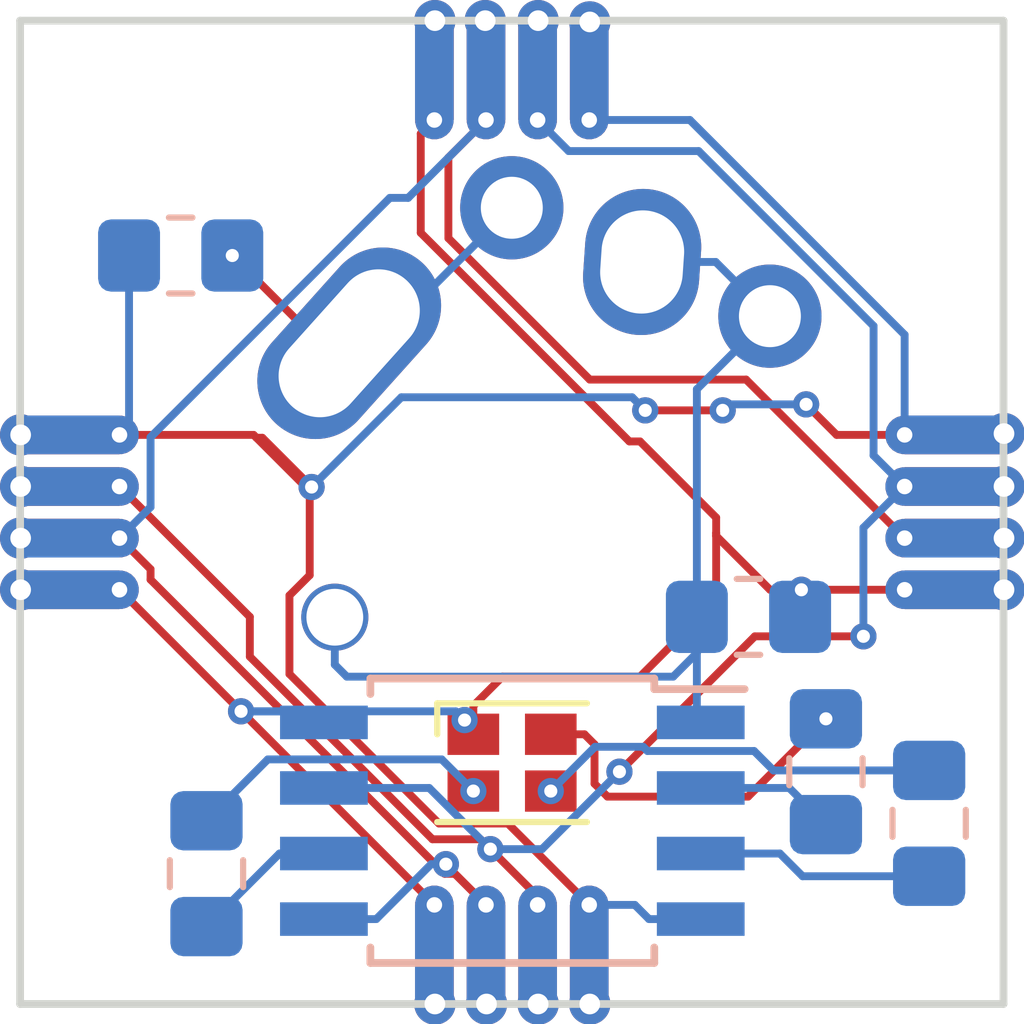
<source format=kicad_pcb>
(kicad_pcb (version 20171130) (host pcbnew 5.1.10)

  (general
    (thickness 1.6)
    (drawings 22)
    (tracks 159)
    (zones 0)
    (modules 12)
    (nets 13)
  )

  (page A4)
  (layers
    (0 F.Cu signal)
    (31 B.Cu signal)
    (32 B.Adhes user hide)
    (33 F.Adhes user hide)
    (34 B.Paste user hide)
    (35 F.Paste user hide)
    (36 B.SilkS user)
    (37 F.SilkS user)
    (38 B.Mask user)
    (39 F.Mask user)
    (40 Dwgs.User user hide)
    (41 Cmts.User user hide)
    (42 Eco1.User user hide)
    (43 Eco2.User user hide)
    (44 Edge.Cuts user)
    (45 Margin user hide)
    (46 B.CrtYd user hide)
    (47 F.CrtYd user hide)
    (48 B.Fab user hide)
    (49 F.Fab user hide)
  )

  (setup
    (last_trace_width 0.1524)
    (user_trace_width 0.1524)
    (trace_clearance 0.1524)
    (zone_clearance 0.508)
    (zone_45_only no)
    (trace_min 0.1524)
    (via_size 0.508)
    (via_drill 0.254)
    (via_min_size 0.508)
    (via_min_drill 0.254)
    (user_via 0.508 0.254)
    (uvia_size 0.3)
    (uvia_drill 0.1)
    (uvias_allowed no)
    (uvia_min_size 0.2)
    (uvia_min_drill 0.1)
    (edge_width 0.05)
    (segment_width 0.2)
    (pcb_text_width 0.3)
    (pcb_text_size 1.5 1.5)
    (mod_edge_width 0.12)
    (mod_text_size 1 1)
    (mod_text_width 0.15)
    (pad_size 1.524 1.524)
    (pad_drill 0.762)
    (pad_to_mask_clearance 0.051)
    (solder_mask_min_width 0.25)
    (aux_axis_origin 0 0)
    (visible_elements FFFFFF7F)
    (pcbplotparams
      (layerselection 0x010fc_ffffffff)
      (usegerberextensions false)
      (usegerberattributes false)
      (usegerberadvancedattributes false)
      (creategerberjobfile false)
      (excludeedgelayer true)
      (linewidth 0.100000)
      (plotframeref false)
      (viasonmask false)
      (mode 1)
      (useauxorigin false)
      (hpglpennumber 1)
      (hpglpenspeed 20)
      (hpglpendiameter 15.000000)
      (psnegative false)
      (psa4output false)
      (plotreference true)
      (plotvalue true)
      (plotinvisibletext false)
      (padsonsilk false)
      (subtractmaskfromsilk false)
      (outputformat 1)
      (mirror false)
      (drillshape 1)
      (scaleselection 1)
      (outputdirectory ""))
  )

  (net 0 "")
  (net 1 +5V)
  (net 2 GND)
  (net 3 SCL)
  (net 4 SDA)
  (net 5 "Net-(D1-Pad4)")
  (net 6 "Net-(D1-Pad3)")
  (net 7 "Net-(D1-Pad2)")
  (net 8 KEY)
  (net 9 "Net-(R2-Pad1)")
  (net 10 R)
  (net 11 G)
  (net 12 B)

  (net_class Default "This is the default net class."
    (clearance 0.1524)
    (trace_width 0.1524)
    (via_dia 0.508)
    (via_drill 0.254)
    (uvia_dia 0.3)
    (uvia_drill 0.1)
    (add_net +5V)
    (add_net B)
    (add_net G)
    (add_net GND)
    (add_net KEY)
    (add_net "Net-(D1-Pad2)")
    (add_net "Net-(D1-Pad3)")
    (add_net "Net-(D1-Pad4)")
    (add_net "Net-(R2-Pad1)")
    (add_net R)
    (add_net SCL)
    (add_net SDA)
  )

  (module gHeavyIndustries:MX-Alps-Choc-X-1U-NoLED (layer F.Cu) (tedit 5D8FF0D7) (tstamp 60BF1975)
    (at 141.915 84.975)
    (path /5E396E33)
    (fp_text reference SW1 (at 0 3.175) (layer F.Fab)
      (effects (font (size 1 1) (thickness 0.15)))
    )
    (fp_text value SW_Push (at 0 -7.9375) (layer Dwgs.User)
      (effects (font (size 1 1) (thickness 0.15)))
    )
    (fp_line (start 5 -7) (end 7 -7) (layer Dwgs.User) (width 0.15))
    (fp_line (start 7 -7) (end 7 -5) (layer Dwgs.User) (width 0.15))
    (fp_line (start 5 7) (end 7 7) (layer Dwgs.User) (width 0.15))
    (fp_line (start 7 7) (end 7 5) (layer Dwgs.User) (width 0.15))
    (fp_line (start -7 5) (end -7 7) (layer Dwgs.User) (width 0.15))
    (fp_line (start -7 7) (end -5 7) (layer Dwgs.User) (width 0.15))
    (fp_line (start -5 -7) (end -7 -7) (layer Dwgs.User) (width 0.15))
    (fp_line (start -7 -7) (end -7 -5) (layer Dwgs.User) (width 0.15))
    (fp_line (start -9.525 -9.525) (end 9.525 -9.525) (layer Dwgs.User) (width 0.15))
    (fp_line (start 9.525 -9.525) (end 9.525 9.525) (layer Dwgs.User) (width 0.15))
    (fp_line (start 9.525 9.525) (end -9.525 9.525) (layer Dwgs.User) (width 0.15))
    (fp_line (start -9.525 9.525) (end -9.525 -9.525) (layer Dwgs.User) (width 0.15))
    (pad 1 thru_hole circle (at -3.429 2.032) (size 1.3 1.3) (drill 1.1) (layers *.Cu *.Mask)
      (net 8 KEY))
    (pad "" np_thru_hole oval (at -2.315 0.905) (size 0.5 4.1) (drill oval 0.5 4.1) (layers *.Cu *.Mask))
    (pad "" np_thru_hole oval (at 1.89 0.90416) (size 0.5 4.1) (drill oval 0.5 4.1) (layers *.Cu *.Mask))
    (pad "" np_thru_hole oval (at 2.285 0.905) (size 0.5 4.1) (drill oval 0.5 4.1) (layers *.Cu *.Mask))
    (pad "" np_thru_hole oval (at -0.015 2.705) (size 5.1 0.5) (drill oval 5.1 0.5) (layers *.Cu *.Mask))
    (pad "" np_thru_hole oval (at -0.015 -0.895) (size 5.1 0.5) (drill oval 5.1 0.5) (layers *.Cu *.Mask))
    (pad "" np_thru_hole oval (at -1.915 0.905) (size 0.5 4.1) (drill oval 0.5 4.1) (layers *.Cu *.Mask))
    (pad "" np_thru_hole oval (at -0.015 1.805) (size 5.1 1.5) (drill oval 5.1 1.5) (layers *.Cu *.Mask))
    (pad 2 thru_hole oval (at -3.15 -3.275 48.1) (size 4.211556 2.25) (drill oval 3.3 1.6) (layers *.Cu *.Mask)
      (net 9 "Net-(R2-Pad1)"))
    (pad 1 thru_hole oval (at 2.525 -4.85 86.1) (size 2.831378 2.25) (drill oval 2 1.6) (layers *.Cu *.Mask)
      (net 8 KEY))
    (pad "" np_thru_hole oval (at 5.275 0 90) (size 1.75 2.175) (drill oval 1.75 2.175) (layers *.Cu *.Mask))
    (pad "" np_thru_hole oval (at -5.275 0 90) (size 1.75 2.175) (drill oval 1.75 2.175) (layers *.Cu *.Mask))
    (pad "" np_thru_hole circle (at 0 0) (size 3.9878 3.9878) (drill 3.9878) (layers *.Cu *.Mask))
    (pad 1 thru_hole circle (at 5 -3.799999) (size 2 2) (drill 1.2) (layers *.Cu *.Mask)
      (net 8 KEY))
    (pad 2 thru_hole circle (at 0 -5.9) (size 2 2) (drill 1.2) (layers *.Cu *.Mask)
      (net 9 "Net-(R2-Pad1)"))
  )

  (module Resistor_SMD:R_0805_2012Metric_Pad1.20x1.40mm_HandSolder (layer B.Cu) (tedit 5F68FEEE) (tstamp 60BF1B65)
    (at 135.5 80 180)
    (descr "Resistor SMD 0805 (2012 Metric), square (rectangular) end terminal, IPC_7351 nominal with elongated pad for handsoldering. (Body size source: IPC-SM-782 page 72, https://www.pcb-3d.com/wordpress/wp-content/uploads/ipc-sm-782a_amendment_1_and_2.pdf), generated with kicad-footprint-generator")
    (tags "resistor handsolder")
    (path /60BECCA7)
    (attr smd)
    (fp_text reference R2 (at 0 1.65) (layer B.Fab)
      (effects (font (size 1 1) (thickness 0.15)) (justify mirror))
    )
    (fp_text value 10k (at 0 -1.65) (layer B.Fab)
      (effects (font (size 1 1) (thickness 0.15)) (justify mirror))
    )
    (fp_line (start -1 -0.625) (end -1 0.625) (layer B.Fab) (width 0.1))
    (fp_line (start -1 0.625) (end 1 0.625) (layer B.Fab) (width 0.1))
    (fp_line (start 1 0.625) (end 1 -0.625) (layer B.Fab) (width 0.1))
    (fp_line (start 1 -0.625) (end -1 -0.625) (layer B.Fab) (width 0.1))
    (fp_line (start -0.227064 0.735) (end 0.227064 0.735) (layer B.SilkS) (width 0.12))
    (fp_line (start -0.227064 -0.735) (end 0.227064 -0.735) (layer B.SilkS) (width 0.12))
    (fp_line (start -1.85 -0.95) (end -1.85 0.95) (layer B.CrtYd) (width 0.05))
    (fp_line (start -1.85 0.95) (end 1.85 0.95) (layer B.CrtYd) (width 0.05))
    (fp_line (start 1.85 0.95) (end 1.85 -0.95) (layer B.CrtYd) (width 0.05))
    (fp_line (start 1.85 -0.95) (end -1.85 -0.95) (layer B.CrtYd) (width 0.05))
    (fp_text user %R (at 0 0) (layer B.Fab)
      (effects (font (size 0.5 0.5) (thickness 0.08)) (justify mirror))
    )
    (pad 1 smd roundrect (at -1 0 180) (size 1.2 1.4) (layers B.Cu B.Paste B.Mask) (roundrect_rratio 0.208333)
      (net 9 "Net-(R2-Pad1)"))
    (pad 2 smd roundrect (at 1 0 180) (size 1.2 1.4) (layers B.Cu B.Paste B.Mask) (roundrect_rratio 0.208333)
      (net 2 GND))
    (model ${KISYS3DMOD}/Resistor_SMD.3dshapes/R_0805_2012Metric.wrl
      (at (xyz 0 0 0))
      (scale (xyz 1 1 1))
      (rotate (xyz 0 0 0))
    )
  )

  (module Resistor_SMD:R_0805_2012Metric_Pad1.20x1.40mm_HandSolder (layer B.Cu) (tedit 5F68FEEE) (tstamp 60BF0670)
    (at 146.5 87)
    (descr "Resistor SMD 0805 (2012 Metric), square (rectangular) end terminal, IPC_7351 nominal with elongated pad for handsoldering. (Body size source: IPC-SM-782 page 72, https://www.pcb-3d.com/wordpress/wp-content/uploads/ipc-sm-782a_amendment_1_and_2.pdf), generated with kicad-footprint-generator")
    (tags "resistor handsolder")
    (path /60BEC7C9)
    (attr smd)
    (fp_text reference R1 (at 0 1.65) (layer B.Fab)
      (effects (font (size 1 1) (thickness 0.15)) (justify mirror))
    )
    (fp_text value 1k (at 0 -1.65) (layer B.Fab)
      (effects (font (size 1 1) (thickness 0.15)) (justify mirror))
    )
    (fp_line (start -1 -0.625) (end -1 0.625) (layer B.Fab) (width 0.1))
    (fp_line (start -1 0.625) (end 1 0.625) (layer B.Fab) (width 0.1))
    (fp_line (start 1 0.625) (end 1 -0.625) (layer B.Fab) (width 0.1))
    (fp_line (start 1 -0.625) (end -1 -0.625) (layer B.Fab) (width 0.1))
    (fp_line (start -0.227064 0.735) (end 0.227064 0.735) (layer B.SilkS) (width 0.12))
    (fp_line (start -0.227064 -0.735) (end 0.227064 -0.735) (layer B.SilkS) (width 0.12))
    (fp_line (start -1.85 -0.95) (end -1.85 0.95) (layer B.CrtYd) (width 0.05))
    (fp_line (start -1.85 0.95) (end 1.85 0.95) (layer B.CrtYd) (width 0.05))
    (fp_line (start 1.85 0.95) (end 1.85 -0.95) (layer B.CrtYd) (width 0.05))
    (fp_line (start 1.85 -0.95) (end -1.85 -0.95) (layer B.CrtYd) (width 0.05))
    (fp_text user %R (at 0 0) (layer B.Fab)
      (effects (font (size 0.5 0.5) (thickness 0.08)) (justify mirror))
    )
    (pad 1 smd roundrect (at -1 0) (size 1.2 1.4) (layers B.Cu B.Paste B.Mask) (roundrect_rratio 0.208333)
      (net 8 KEY))
    (pad 2 smd roundrect (at 1 0) (size 1.2 1.4) (layers B.Cu B.Paste B.Mask) (roundrect_rratio 0.208333)
      (net 1 +5V))
    (model ${KISYS3DMOD}/Resistor_SMD.3dshapes/R_0805_2012Metric.wrl
      (at (xyz 0 0 0))
      (scale (xyz 1 1 1))
      (rotate (xyz 0 0 0))
    )
  )

  (module modkey:edgeconnector (layer F.Cu) (tedit 5E3916DF) (tstamp 5E39E5BA)
    (at 151.525 84.975 90)
    (path /5E398874)
    (fp_text reference J4 (at 2.15 -3.1 270) (layer F.SilkS) hide
      (effects (font (size 1 1) (thickness 0.15)))
    )
    (fp_text value Conn_01x04 (at 2.125 0.875 270) (layer F.Fab)
      (effects (font (size 1 1) (thickness 0.15)))
    )
    (pad 4 thru_hole custom (at 1.5 -2 90) (size 0.75 0.75) (drill 0.3) (layers *.Cu *.Mask)
      (net 2 GND) (zone_connect 0)
      (options (clearance outline) (anchor circle))
      (primitives
        (gr_poly (pts
           (xy 0.375 2) (xy -0.375 2) (xy -0.375 0) (xy 0.375 0)) (width 0))
      ))
    (pad 3 thru_hole custom (at 0.5 -2 90) (size 0.75 0.75) (drill 0.3) (layers *.Cu *.Mask)
      (net 3 SCL) (zone_connect 0)
      (options (clearance outline) (anchor circle))
      (primitives
        (gr_poly (pts
           (xy 0.375 2) (xy -0.375 2) (xy -0.375 0) (xy 0.375 0)) (width 0))
      ))
    (pad 2 thru_hole custom (at -0.5 -2 90) (size 0.75 0.75) (drill 0.3) (layers *.Cu *.Mask)
      (net 4 SDA) (zone_connect 0)
      (options (clearance outline) (anchor circle))
      (primitives
        (gr_poly (pts
           (xy 0.375 2) (xy -0.375 2) (xy -0.375 0) (xy 0.375 0)) (width 0))
      ))
    (pad 1 thru_hole custom (at -1.5 -2 90) (size 0.75 0.75) (drill 0.3) (layers *.Cu *.Mask)
      (net 1 +5V) (zone_connect 0)
      (options (clearance outline) (anchor circle))
      (primitives
        (gr_poly (pts
           (xy 0.375 2) (xy -0.375 2) (xy -0.375 0) (xy 0.375 0)) (width 0))
      ))
  )

  (module modkey:edgeconnector (layer F.Cu) (tedit 5E3916DF) (tstamp 5E39F113)
    (at 141.915 94.58)
    (path /5E39851A)
    (fp_text reference J3 (at 2.15 -3.1 180) (layer F.SilkS) hide
      (effects (font (size 1 1) (thickness 0.15)))
    )
    (fp_text value Conn_01x04 (at 2.125 0.875 180) (layer F.Fab)
      (effects (font (size 1 1) (thickness 0.15)))
    )
    (pad 4 thru_hole custom (at 1.5 -2) (size 0.75 0.75) (drill 0.3) (layers *.Cu *.Mask)
      (net 2 GND) (zone_connect 0)
      (options (clearance outline) (anchor circle))
      (primitives
        (gr_poly (pts
           (xy 0.375 2) (xy -0.375 2) (xy -0.375 0) (xy 0.375 0)) (width 0))
      ))
    (pad 3 thru_hole custom (at 0.5 -2) (size 0.75 0.75) (drill 0.3) (layers *.Cu *.Mask)
      (net 3 SCL) (zone_connect 0)
      (options (clearance outline) (anchor circle))
      (primitives
        (gr_poly (pts
           (xy 0.375 2) (xy -0.375 2) (xy -0.375 0) (xy 0.375 0)) (width 0))
      ))
    (pad 2 thru_hole custom (at -0.5 -2) (size 0.75 0.75) (drill 0.3) (layers *.Cu *.Mask)
      (net 4 SDA) (zone_connect 0)
      (options (clearance outline) (anchor circle))
      (primitives
        (gr_poly (pts
           (xy 0.375 2) (xy -0.375 2) (xy -0.375 0) (xy 0.375 0)) (width 0))
      ))
    (pad 1 thru_hole custom (at -1.5 -2) (size 0.75 0.75) (drill 0.3) (layers *.Cu *.Mask)
      (net 1 +5V) (zone_connect 0)
      (options (clearance outline) (anchor circle))
      (primitives
        (gr_poly (pts
           (xy 0.375 2) (xy -0.375 2) (xy -0.375 0) (xy 0.375 0)) (width 0))
      ))
  )

  (module modkey:edgeconnector (layer B.Cu) (tedit 5E3916DF) (tstamp 5E3986E2)
    (at 132.315 84.975 90)
    (path /5E3982F0)
    (fp_text reference J2 (at 2.15 3.1 90) (layer B.SilkS) hide
      (effects (font (size 1 1) (thickness 0.15)) (justify mirror))
    )
    (fp_text value Conn_01x04 (at 2.125 -0.875 90) (layer B.Fab)
      (effects (font (size 1 1) (thickness 0.15)) (justify mirror))
    )
    (pad 4 thru_hole custom (at 1.5 2 90) (size 0.75 0.75) (drill 0.3) (layers *.Cu *.Mask)
      (net 2 GND) (zone_connect 0)
      (options (clearance outline) (anchor circle))
      (primitives
        (gr_poly (pts
           (xy 0.375 -2) (xy -0.375 -2) (xy -0.375 0) (xy 0.375 0)) (width 0))
      ))
    (pad 3 thru_hole custom (at 0.5 2 90) (size 0.75 0.75) (drill 0.3) (layers *.Cu *.Mask)
      (net 3 SCL) (zone_connect 0)
      (options (clearance outline) (anchor circle))
      (primitives
        (gr_poly (pts
           (xy 0.375 -2) (xy -0.375 -2) (xy -0.375 0) (xy 0.375 0)) (width 0))
      ))
    (pad 2 thru_hole custom (at -0.5 2 90) (size 0.75 0.75) (drill 0.3) (layers *.Cu *.Mask)
      (net 4 SDA) (zone_connect 0)
      (options (clearance outline) (anchor circle))
      (primitives
        (gr_poly (pts
           (xy 0.375 -2) (xy -0.375 -2) (xy -0.375 0) (xy 0.375 0)) (width 0))
      ))
    (pad 1 thru_hole custom (at -1.5 2 90) (size 0.75 0.75) (drill 0.3) (layers *.Cu *.Mask)
      (net 1 +5V) (zone_connect 0)
      (options (clearance outline) (anchor circle))
      (primitives
        (gr_poly (pts
           (xy 0.375 -2) (xy -0.375 -2) (xy -0.375 0) (xy 0.375 0)) (width 0))
      ))
  )

  (module modkey:edgeconnector (layer B.Cu) (tedit 5E3916DF) (tstamp 5E39F145)
    (at 141.915 75.375)
    (path /5E397BD7)
    (fp_text reference J1 (at 2.15 3.1 180) (layer B.SilkS) hide
      (effects (font (size 1 1) (thickness 0.15)) (justify mirror))
    )
    (fp_text value Conn_01x04 (at 2.125 -0.875 180) (layer B.Fab)
      (effects (font (size 1 1) (thickness 0.15)) (justify mirror))
    )
    (pad 4 thru_hole custom (at 1.5 2) (size 0.75 0.75) (drill 0.3) (layers *.Cu *.Mask)
      (net 2 GND) (zone_connect 0)
      (options (clearance outline) (anchor circle))
      (primitives
        (gr_poly (pts
           (xy 0.375 -2) (xy -0.375 -2) (xy -0.375 0) (xy 0.375 0)) (width 0))
      ))
    (pad 3 thru_hole custom (at 0.5 2) (size 0.75 0.75) (drill 0.3) (layers *.Cu *.Mask)
      (net 3 SCL) (zone_connect 0)
      (options (clearance outline) (anchor circle))
      (primitives
        (gr_poly (pts
           (xy 0.375 -2) (xy -0.375 -2) (xy -0.375 0) (xy 0.375 0)) (width 0))
      ))
    (pad 2 thru_hole custom (at -0.5 2) (size 0.75 0.75) (drill 0.3) (layers *.Cu *.Mask)
      (net 4 SDA) (zone_connect 0)
      (options (clearance outline) (anchor circle))
      (primitives
        (gr_poly (pts
           (xy 0.375 -2) (xy -0.375 -2) (xy -0.375 0) (xy 0.375 0)) (width 0))
      ))
    (pad 1 thru_hole custom (at -1.5 2) (size 0.75 0.75) (drill 0.3) (layers *.Cu *.Mask)
      (net 1 +5V) (zone_connect 0)
      (options (clearance outline) (anchor circle))
      (primitives
        (gr_poly (pts
           (xy 0.375 -2) (xy -0.375 -2) (xy -0.375 0) (xy 0.375 0)) (width 0))
      ))
  )

  (module Package_SO:SOIJ-8_5.3x5.3mm_P1.27mm (layer B.Cu) (tedit 5A02F2D3) (tstamp 5E39878B)
    (at 141.925 90.95 180)
    (descr "8-Lead Plastic Small Outline (SM) - Medium, 5.28 mm Body [SOIC] (see Microchip Packaging Specification 00000049BS.pdf)")
    (tags "SOIC 1.27")
    (path /5E38FD81)
    (attr smd)
    (fp_text reference U1 (at 0 3.68) (layer B.SilkS) hide
      (effects (font (size 1 1) (thickness 0.15)) (justify mirror))
    )
    (fp_text value ATtiny85-20SU (at 0 -3.68) (layer B.Fab)
      (effects (font (size 1 1) (thickness 0.15)) (justify mirror))
    )
    (fp_line (start -2.75 2.55) (end -4.5 2.55) (layer B.SilkS) (width 0.15))
    (fp_line (start -2.75 -2.755) (end 2.75 -2.755) (layer B.SilkS) (width 0.15))
    (fp_line (start -2.75 2.755) (end 2.75 2.755) (layer B.SilkS) (width 0.15))
    (fp_line (start -2.75 -2.755) (end -2.75 -2.455) (layer B.SilkS) (width 0.15))
    (fp_line (start 2.75 -2.755) (end 2.75 -2.455) (layer B.SilkS) (width 0.15))
    (fp_line (start 2.75 2.755) (end 2.75 2.455) (layer B.SilkS) (width 0.15))
    (fp_line (start -2.75 2.755) (end -2.75 2.55) (layer B.SilkS) (width 0.15))
    (fp_line (start -4.75 -2.95) (end 4.75 -2.95) (layer B.CrtYd) (width 0.05))
    (fp_line (start -4.75 2.95) (end 4.75 2.95) (layer B.CrtYd) (width 0.05))
    (fp_line (start 4.75 2.95) (end 4.75 -2.95) (layer B.CrtYd) (width 0.05))
    (fp_line (start -4.75 2.95) (end -4.75 -2.95) (layer B.CrtYd) (width 0.05))
    (fp_line (start -2.65 1.65) (end -1.65 2.65) (layer B.Fab) (width 0.15))
    (fp_line (start -2.65 -2.65) (end -2.65 1.65) (layer B.Fab) (width 0.15))
    (fp_line (start 2.65 -2.65) (end -2.65 -2.65) (layer B.Fab) (width 0.15))
    (fp_line (start 2.65 2.65) (end 2.65 -2.65) (layer B.Fab) (width 0.15))
    (fp_line (start -1.65 2.65) (end 2.65 2.65) (layer B.Fab) (width 0.15))
    (fp_text user %R (at 0 0) (layer B.Fab)
      (effects (font (size 1 1) (thickness 0.15)) (justify mirror))
    )
    (pad 8 smd rect (at 3.65 1.905 180) (size 1.7 0.65) (layers B.Cu B.Paste B.Mask)
      (net 1 +5V))
    (pad 7 smd rect (at 3.65 0.635 180) (size 1.7 0.65) (layers B.Cu B.Paste B.Mask)
      (net 3 SCL))
    (pad 6 smd rect (at 3.65 -0.635 180) (size 1.7 0.65) (layers B.Cu B.Paste B.Mask)
      (net 10 R))
    (pad 5 smd rect (at 3.65 -1.905 180) (size 1.7 0.65) (layers B.Cu B.Paste B.Mask)
      (net 4 SDA))
    (pad 4 smd rect (at -3.65 -1.905 180) (size 1.7 0.65) (layers B.Cu B.Paste B.Mask)
      (net 2 GND))
    (pad 3 smd rect (at -3.65 -0.635 180) (size 1.7 0.65) (layers B.Cu B.Paste B.Mask)
      (net 11 G))
    (pad 2 smd rect (at -3.65 0.635 180) (size 1.7 0.65) (layers B.Cu B.Paste B.Mask)
      (net 12 B))
    (pad 1 smd rect (at -3.65 1.905 180) (size 1.7 0.65) (layers B.Cu B.Paste B.Mask)
      (net 8 KEY))
    (model ${KISYS3DMOD}/Package_SO.3dshapes/SOIJ-8_5.3x5.3mm_P1.27mm.wrl
      (at (xyz 0 0 0))
      (scale (xyz 1 1 1))
      (rotate (xyz 0 0 0))
    )
  )

  (module Resistor_SMD:R_0805_2012Metric_Pad1.15x1.40mm_HandSolder (layer B.Cu) (tedit 5B36C52B) (tstamp 5E39F2BB)
    (at 148 90 270)
    (descr "Resistor SMD 0805 (2012 Metric), square (rectangular) end terminal, IPC_7351 nominal with elongated pad for handsoldering. (Body size source: https://docs.google.com/spreadsheets/d/1BsfQQcO9C6DZCsRaXUlFlo91Tg2WpOkGARC1WS5S8t0/edit?usp=sharing), generated with kicad-footprint-generator")
    (tags "resistor handsolder")
    (path /5E395A5F)
    (attr smd)
    (fp_text reference R5 (at 0 1.65 90) (layer B.SilkS) hide
      (effects (font (size 1 1) (thickness 0.15)) (justify mirror))
    )
    (fp_text value 470 (at 0 -1.65 90) (layer B.Fab)
      (effects (font (size 1 1) (thickness 0.15)) (justify mirror))
    )
    (fp_line (start 1.85 -0.95) (end -1.85 -0.95) (layer B.CrtYd) (width 0.05))
    (fp_line (start 1.85 0.95) (end 1.85 -0.95) (layer B.CrtYd) (width 0.05))
    (fp_line (start -1.85 0.95) (end 1.85 0.95) (layer B.CrtYd) (width 0.05))
    (fp_line (start -1.85 -0.95) (end -1.85 0.95) (layer B.CrtYd) (width 0.05))
    (fp_line (start -0.261252 -0.71) (end 0.261252 -0.71) (layer B.SilkS) (width 0.12))
    (fp_line (start -0.261252 0.71) (end 0.261252 0.71) (layer B.SilkS) (width 0.12))
    (fp_line (start 1 -0.6) (end -1 -0.6) (layer B.Fab) (width 0.1))
    (fp_line (start 1 0.6) (end 1 -0.6) (layer B.Fab) (width 0.1))
    (fp_line (start -1 0.6) (end 1 0.6) (layer B.Fab) (width 0.1))
    (fp_line (start -1 -0.6) (end -1 0.6) (layer B.Fab) (width 0.1))
    (fp_text user %R (at 0 0 90) (layer B.Fab)
      (effects (font (size 0.5 0.5) (thickness 0.08)) (justify mirror))
    )
    (pad 2 smd roundrect (at 1.025 0 270) (size 1.15 1.4) (layers B.Cu B.Paste B.Mask) (roundrect_rratio 0.217391)
      (net 12 B))
    (pad 1 smd roundrect (at -1.025 0 270) (size 1.15 1.4) (layers B.Cu B.Paste B.Mask) (roundrect_rratio 0.217391)
      (net 7 "Net-(D1-Pad2)"))
    (model ${KISYS3DMOD}/Resistor_SMD.3dshapes/R_0805_2012Metric.wrl
      (at (xyz 0 0 0))
      (scale (xyz 1 1 1))
      (rotate (xyz 0 0 0))
    )
  )

  (module Resistor_SMD:R_0805_2012Metric_Pad1.15x1.40mm_HandSolder (layer B.Cu) (tedit 5B36C52B) (tstamp 5E39873E)
    (at 150 91 270)
    (descr "Resistor SMD 0805 (2012 Metric), square (rectangular) end terminal, IPC_7351 nominal with elongated pad for handsoldering. (Body size source: https://docs.google.com/spreadsheets/d/1BsfQQcO9C6DZCsRaXUlFlo91Tg2WpOkGARC1WS5S8t0/edit?usp=sharing), generated with kicad-footprint-generator")
    (tags "resistor handsolder")
    (path /5E395817)
    (attr smd)
    (fp_text reference R4 (at 0 1.65 90) (layer B.SilkS) hide
      (effects (font (size 1 1) (thickness 0.15)) (justify mirror))
    )
    (fp_text value 470 (at 0 -1.65 90) (layer B.Fab)
      (effects (font (size 1 1) (thickness 0.15)) (justify mirror))
    )
    (fp_line (start 1.85 -0.95) (end -1.85 -0.95) (layer B.CrtYd) (width 0.05))
    (fp_line (start 1.85 0.95) (end 1.85 -0.95) (layer B.CrtYd) (width 0.05))
    (fp_line (start -1.85 0.95) (end 1.85 0.95) (layer B.CrtYd) (width 0.05))
    (fp_line (start -1.85 -0.95) (end -1.85 0.95) (layer B.CrtYd) (width 0.05))
    (fp_line (start -0.261252 -0.71) (end 0.261252 -0.71) (layer B.SilkS) (width 0.12))
    (fp_line (start -0.261252 0.71) (end 0.261252 0.71) (layer B.SilkS) (width 0.12))
    (fp_line (start 1 -0.6) (end -1 -0.6) (layer B.Fab) (width 0.1))
    (fp_line (start 1 0.6) (end 1 -0.6) (layer B.Fab) (width 0.1))
    (fp_line (start -1 0.6) (end 1 0.6) (layer B.Fab) (width 0.1))
    (fp_line (start -1 -0.6) (end -1 0.6) (layer B.Fab) (width 0.1))
    (fp_text user %R (at 0 0 90) (layer B.Fab)
      (effects (font (size 0.5 0.5) (thickness 0.08)) (justify mirror))
    )
    (pad 2 smd roundrect (at 1.025 0 270) (size 1.15 1.4) (layers B.Cu B.Paste B.Mask) (roundrect_rratio 0.217391)
      (net 11 G))
    (pad 1 smd roundrect (at -1.025 0 270) (size 1.15 1.4) (layers B.Cu B.Paste B.Mask) (roundrect_rratio 0.217391)
      (net 6 "Net-(D1-Pad3)"))
    (model ${KISYS3DMOD}/Resistor_SMD.3dshapes/R_0805_2012Metric.wrl
      (at (xyz 0 0 0))
      (scale (xyz 1 1 1))
      (rotate (xyz 0 0 0))
    )
  )

  (module Resistor_SMD:R_0805_2012Metric_Pad1.15x1.40mm_HandSolder (layer B.Cu) (tedit 5B36C52B) (tstamp 5E39872D)
    (at 136 91.975 270)
    (descr "Resistor SMD 0805 (2012 Metric), square (rectangular) end terminal, IPC_7351 nominal with elongated pad for handsoldering. (Body size source: https://docs.google.com/spreadsheets/d/1BsfQQcO9C6DZCsRaXUlFlo91Tg2WpOkGARC1WS5S8t0/edit?usp=sharing), generated with kicad-footprint-generator")
    (tags "resistor handsolder")
    (path /5E39414A)
    (attr smd)
    (fp_text reference R3 (at 0 1.65 90) (layer B.SilkS) hide
      (effects (font (size 1 1) (thickness 0.15)) (justify mirror))
    )
    (fp_text value 220 (at 0 -1.65 90) (layer B.Fab)
      (effects (font (size 1 1) (thickness 0.15)) (justify mirror))
    )
    (fp_line (start 1.85 -0.95) (end -1.85 -0.95) (layer B.CrtYd) (width 0.05))
    (fp_line (start 1.85 0.95) (end 1.85 -0.95) (layer B.CrtYd) (width 0.05))
    (fp_line (start -1.85 0.95) (end 1.85 0.95) (layer B.CrtYd) (width 0.05))
    (fp_line (start -1.85 -0.95) (end -1.85 0.95) (layer B.CrtYd) (width 0.05))
    (fp_line (start -0.261252 -0.71) (end 0.261252 -0.71) (layer B.SilkS) (width 0.12))
    (fp_line (start -0.261252 0.71) (end 0.261252 0.71) (layer B.SilkS) (width 0.12))
    (fp_line (start 1 -0.6) (end -1 -0.6) (layer B.Fab) (width 0.1))
    (fp_line (start 1 0.6) (end 1 -0.6) (layer B.Fab) (width 0.1))
    (fp_line (start -1 0.6) (end 1 0.6) (layer B.Fab) (width 0.1))
    (fp_line (start -1 -0.6) (end -1 0.6) (layer B.Fab) (width 0.1))
    (fp_text user %R (at 0 0 90) (layer B.Fab)
      (effects (font (size 0.5 0.5) (thickness 0.08)) (justify mirror))
    )
    (pad 2 smd roundrect (at 1.025 0 270) (size 1.15 1.4) (layers B.Cu B.Paste B.Mask) (roundrect_rratio 0.217391)
      (net 10 R))
    (pad 1 smd roundrect (at -1.025 0 270) (size 1.15 1.4) (layers B.Cu B.Paste B.Mask) (roundrect_rratio 0.217391)
      (net 5 "Net-(D1-Pad4)"))
    (model ${KISYS3DMOD}/Resistor_SMD.3dshapes/R_0805_2012Metric.wrl
      (at (xyz 0 0 0))
      (scale (xyz 1 1 1))
      (rotate (xyz 0 0 0))
    )
  )

  (module LED_SMD:LED_Cree-PLCC4_2x2mm_CW (layer F.Cu) (tedit 59D415EA) (tstamp 5E3986CA)
    (at 141.92 89.825)
    (descr "2.0mm x 2.0mm PLCC4 LED, http://www.cree.com/~/media/Files/Cree/LED-Components-and-Modules/HB/Data-Sheets/CLMVBFKA.pdf")
    (tags "LED Cree PLCC-4")
    (path /5E3911C3)
    (attr smd)
    (fp_text reference D1 (at 0 -2.25) (layer F.SilkS) hide
      (effects (font (size 1 1) (thickness 0.15)))
    )
    (fp_text value LED_ABGR (at 0 2.25) (layer F.Fab)
      (effects (font (size 1 1) (thickness 0.15)))
    )
    (fp_line (start -1.45 1.15) (end 1.45 1.15) (layer F.SilkS) (width 0.12))
    (fp_line (start -1.45 -1.15) (end 1.45 -1.15) (layer F.SilkS) (width 0.12))
    (fp_line (start -1.45 -0.55) (end -1.45 -1.15) (layer F.SilkS) (width 0.12))
    (fp_line (start 1 -1) (end -1 -1) (layer F.Fab) (width 0.1))
    (fp_line (start 1 1) (end 1 -1) (layer F.Fab) (width 0.1))
    (fp_line (start -1 1) (end 1 1) (layer F.Fab) (width 0.1))
    (fp_line (start -1 -1) (end -1 1) (layer F.Fab) (width 0.1))
    (fp_line (start 0 -1) (end -1 0) (layer F.Fab) (width 0.1))
    (fp_line (start 1.7 -1.4) (end -1.7 -1.4) (layer F.CrtYd) (width 0.05))
    (fp_line (start 1.7 1.4) (end 1.7 -1.4) (layer F.CrtYd) (width 0.05))
    (fp_line (start -1.7 1.4) (end 1.7 1.4) (layer F.CrtYd) (width 0.05))
    (fp_line (start -1.7 -1.4) (end -1.7 1.4) (layer F.CrtYd) (width 0.05))
    (fp_circle (center 0 0) (end 0.8 0) (layer F.Fab) (width 0.1))
    (fp_text user %R (at 0 0) (layer F.Fab)
      (effects (font (size 0.5 0.5) (thickness 0.075)))
    )
    (pad 4 smd rect (at -0.75 0.55) (size 1 0.8) (layers F.Cu F.Paste F.Mask)
      (net 5 "Net-(D1-Pad4)"))
    (pad 3 smd rect (at 0.75 0.55) (size 1 0.8) (layers F.Cu F.Paste F.Mask)
      (net 6 "Net-(D1-Pad3)"))
    (pad 2 smd rect (at 0.75 -0.55) (size 1 0.8) (layers F.Cu F.Paste F.Mask)
      (net 7 "Net-(D1-Pad2)"))
    (pad 1 smd rect (at -0.75 -0.55) (size 1 0.8) (layers F.Cu F.Paste F.Mask)
      (net 1 +5V))
    (model ${KISYS3DMOD}/LED_SMD.3dshapes/LED_Cree-PLCC4_2x2mm_CW.wrl
      (at (xyz 0 0 0))
      (scale (xyz 1 1 1))
      (rotate (xyz 0 0 0))
    )
  )

  (gr_line (start 132.39 94.5) (end 132.39 75.45) (layer Edge.Cuts) (width 0.15))
  (gr_line (start 151.44 94.5) (end 132.39 94.5) (layer Edge.Cuts) (width 0.15))
  (gr_line (start 151.44 75.45) (end 151.44 94.5) (layer Edge.Cuts) (width 0.15))
  (gr_line (start 132.39 75.45) (end 151.44 75.45) (layer Edge.Cuts) (width 0.15))
  (gr_line (start 141.915 84.975) (end 141.915 94.495) (layer Dwgs.User) (width 0.15))
  (gr_line (start 141.915 84.975) (end 132.39 84.975) (layer Dwgs.User) (width 0.15))
  (gr_line (start 141.925 84.95) (end 141.915 84.975) (layer Dwgs.User) (width 0.15) (tstamp 5E39887A))
  (gr_line (start 141.915 84.975) (end 141.915 75.45) (layer Dwgs.User) (width 0.15))
  (gr_line (start 141.915 84.975) (end 151.44 84.975) (layer Dwgs.User) (width 0.15))
  (gr_line (start 151.44 75.45) (end 132.39 94.5) (layer Dwgs.User) (width 0.15))
  (gr_line (start 132.39 75.45) (end 151.44 94.5) (layer Dwgs.User) (width 0.15))
  (gr_circle (center 141.925 84.95) (end 143.925 84.95) (layer Dwgs.User) (width 0.15) (tstamp 5E3901DA))
  (gr_circle (center 147.325 84.95) (end 148.225 84.95) (layer Dwgs.User) (width 0.15) (tstamp 5E3901D9))
  (gr_circle (center 136.525 84.95) (end 137.425 84.95) (layer Dwgs.User) (width 0.15) (tstamp 5E3901D8))
  (gr_line (start 139.225 88.7) (end 139.225 90.95) (layer Dwgs.User) (width 0.12) (tstamp 5E3901D7))
  (gr_line (start 139.225 90.95) (end 144.625 90.95) (layer Dwgs.User) (width 0.12) (tstamp 5E3901D6))
  (gr_line (start 149.425 77.45) (end 134.425 77.45) (layer Dwgs.User) (width 0.15) (tstamp 5E3901D5))
  (gr_line (start 134.425 77.45) (end 134.425 92.45) (layer Dwgs.User) (width 0.15) (tstamp 5E3901D4))
  (gr_line (start 149.425 92.45) (end 134.425 92.45) (layer Dwgs.User) (width 0.15) (tstamp 5E3901D3))
  (gr_line (start 139.225 88.7) (end 144.625 88.7) (layer Dwgs.User) (width 0.12) (tstamp 5E3901D2))
  (gr_line (start 144.625 88.7) (end 144.625 90.95) (layer Dwgs.User) (width 0.12) (tstamp 5E3901D1))
  (gr_line (start 149.425 92.45) (end 149.425 77.45) (layer Dwgs.User) (width 0.15) (tstamp 5E3901D0))

  (via (at 141 89) (size 0.508) (drill 0.254) (layers F.Cu B.Cu) (net 1))
  (via (at 140.425 75.45) (size 0.8) (drill 0.4) (layers F.Cu B.Cu) (net 1))
  (via (at 132.4 86.475) (size 0.8) (drill 0.4) (layers F.Cu B.Cu) (net 1))
  (via (at 140.425 94.5) (size 0.8) (drill 0.4) (layers F.Cu B.Cu) (net 1))
  (via (at 151.45 86.475) (size 0.8) (drill 0.4) (layers F.Cu B.Cu) (net 1))
  (segment (start 140.415 92.575) (end 140.415 92.58) (width 0.1524) (layer F.Cu) (net 1))
  (segment (start 134.315 86.475) (end 136.67 88.83) (width 0.1524) (layer F.Cu) (net 1))
  (segment (start 136.67 88.83) (end 140.415 92.575) (width 0.1524) (layer F.Cu) (net 1) (tstamp 60BEDDBF))
  (via (at 136.67 88.83) (size 0.508) (drill 0.254) (layers F.Cu B.Cu) (net 1))
  (segment (start 140.83 88.83) (end 141 89) (width 0.1524) (layer B.Cu) (net 1))
  (segment (start 136.67 88.83) (end 140.83 88.83) (width 0.1524) (layer B.Cu) (net 1))
  (segment (start 138.06 88.83) (end 138.275 89.045) (width 0.1524) (layer B.Cu) (net 1))
  (segment (start 136.67 88.83) (end 138.06 88.83) (width 0.1524) (layer B.Cu) (net 1))
  (segment (start 146.91676 86.475) (end 147.525 86.475) (width 0.1524) (layer F.Cu) (net 1))
  (segment (start 145.87389 85.43213) (end 146.91676 86.475) (width 0.1524) (layer F.Cu) (net 1))
  (segment (start 144.398246 83.60139) (end 145.87389 85.077034) (width 0.1524) (layer F.Cu) (net 1))
  (segment (start 144.191994 83.60139) (end 144.398246 83.60139) (width 0.1524) (layer F.Cu) (net 1))
  (segment (start 140.151112 79.560508) (end 144.191994 83.60139) (width 0.1524) (layer F.Cu) (net 1))
  (segment (start 140.151112 77.638888) (end 140.151112 79.560508) (width 0.1524) (layer F.Cu) (net 1))
  (segment (start 140.415 77.375) (end 140.151112 77.638888) (width 0.1524) (layer F.Cu) (net 1))
  (segment (start 147.525 86.475) (end 149.525 86.475) (width 0.1524) (layer F.Cu) (net 1) (tstamp 60BEDE6C))
  (via (at 147.525 86.475) (size 0.508) (drill 0.254) (layers F.Cu B.Cu) (net 1))
  (segment (start 144.398246 88.15861) (end 145.87389 86.682966) (width 0.1524) (layer F.Cu) (net 1))
  (segment (start 141.73399 88.15861) (end 144.398246 88.15861) (width 0.1524) (layer F.Cu) (net 1))
  (segment (start 141.17 88.7226) (end 141.73399 88.15861) (width 0.1524) (layer F.Cu) (net 1))
  (segment (start 141.17 89.275) (end 141.17 88.7226) (width 0.1524) (layer F.Cu) (net 1))
  (segment (start 145.87389 86.682966) (end 145.87389 85.37389) (width 0.1524) (layer F.Cu) (net 1))
  (segment (start 145.87389 85.37389) (end 145.87389 85.43213) (width 0.1524) (layer F.Cu) (net 1))
  (segment (start 145.87389 85.077034) (end 145.87389 85.37389) (width 0.1524) (layer F.Cu) (net 1))
  (via (at 143.425 75.475) (size 0.8) (drill 0.4) (layers F.Cu B.Cu) (net 2))
  (via (at 132.4 83.475) (size 0.8) (drill 0.4) (layers F.Cu B.Cu) (net 2))
  (via (at 143.425 94.5) (size 0.8) (drill 0.4) (layers F.Cu B.Cu) (net 2))
  (via (at 151.45 83.45) (size 0.8) (drill 0.4) (layers F.Cu B.Cu) (net 2))
  (segment (start 137.607399 86.585271) (end 137.607399 88.107399) (width 0.1524) (layer F.Cu) (net 2))
  (segment (start 137.607399 88.107399) (end 140.503601 91.003601) (width 0.1524) (layer F.Cu) (net 2))
  (segment (start 138 86.19267) (end 137.607399 86.585271) (width 0.1524) (layer F.Cu) (net 2))
  (segment (start 138 84.56176) (end 138 86.19267) (width 0.1524) (layer F.Cu) (net 2))
  (segment (start 134.315 83.475) (end 136.91324 83.475) (width 0.1524) (layer F.Cu) (net 2))
  (segment (start 141.838601 91.003601) (end 143.415 92.58) (width 0.1524) (layer F.Cu) (net 2))
  (segment (start 140.503601 91.003601) (end 141.838601 91.003601) (width 0.1524) (layer F.Cu) (net 2))
  (segment (start 145.364395 77.375) (end 143.415 77.375) (width 0.1524) (layer B.Cu) (net 2))
  (segment (start 149.525 81.535605) (end 145.364395 77.375) (width 0.1524) (layer B.Cu) (net 2))
  (segment (start 149.525 83.475) (end 149.525 81.535605) (width 0.1524) (layer B.Cu) (net 2))
  (via (at 147.61625 82.88375) (size 0.508) (drill 0.254) (layers F.Cu B.Cu) (net 2))
  (segment (start 148.2075 83.475) (end 147.61625 82.88375) (width 0.1524) (layer F.Cu) (net 2))
  (segment (start 149.525 83.475) (end 148.2075 83.475) (width 0.1524) (layer F.Cu) (net 2))
  (via (at 146 83) (size 0.508) (drill 0.254) (layers F.Cu B.Cu) (net 2))
  (segment (start 146.11625 82.88375) (end 146 83) (width 0.1524) (layer B.Cu) (net 2))
  (segment (start 147.61625 82.88375) (end 146.11625 82.88375) (width 0.1524) (layer B.Cu) (net 2))
  (via (at 144.5 83) (size 0.508) (drill 0.254) (layers F.Cu B.Cu) (net 2))
  (segment (start 146 83) (end 144.5 83) (width 0.1524) (layer F.Cu) (net 2))
  (via (at 138.036473 84.484902) (size 0.508) (drill 0.254) (layers F.Cu B.Cu) (net 2))
  (segment (start 139.775374 82.746001) (end 138.036473 84.484902) (width 0.1524) (layer B.Cu) (net 2))
  (segment (start 144.246001 82.746001) (end 139.775374 82.746001) (width 0.1524) (layer B.Cu) (net 2))
  (segment (start 144.5 83) (end 144.246001 82.746001) (width 0.1524) (layer B.Cu) (net 2))
  (segment (start 137.082451 83.53088) (end 136.96912 83.53088) (width 0.1524) (layer F.Cu) (net 2))
  (segment (start 138.036473 84.484902) (end 137.082451 83.53088) (width 0.1524) (layer F.Cu) (net 2))
  (segment (start 136.96912 83.53088) (end 138 84.56176) (width 0.1524) (layer F.Cu) (net 2))
  (segment (start 136.91324 83.475) (end 136.96912 83.53088) (width 0.1524) (layer F.Cu) (net 2))
  (segment (start 144.5726 92.855) (end 144.2976 92.58) (width 0.1524) (layer B.Cu) (net 2))
  (segment (start 144.2976 92.58) (end 143.415 92.58) (width 0.1524) (layer B.Cu) (net 2))
  (segment (start 145.575 92.855) (end 144.5726 92.855) (width 0.1524) (layer B.Cu) (net 2))
  (segment (start 134.5 83.29) (end 134.315 83.475) (width 0.1524) (layer B.Cu) (net 2))
  (segment (start 134.5 80) (end 134.5 83.29) (width 0.1524) (layer B.Cu) (net 2))
  (via (at 142.425 75.45) (size 0.8) (drill 0.4) (layers F.Cu B.Cu) (net 3))
  (via (at 132.4 84.475) (size 0.8) (drill 0.4) (layers F.Cu B.Cu) (net 3))
  (via (at 142.425 94.5) (size 0.8) (drill 0.4) (layers F.Cu B.Cu) (net 3))
  (via (at 151.45 84.475) (size 0.8) (drill 0.4) (layers F.Cu B.Cu) (net 3))
  (segment (start 142.26608 92.58) (end 142.415 92.58) (width 0.1524) (layer F.Cu) (net 3))
  (via (at 141.5 91.5) (size 0.508) (drill 0.254) (layers F.Cu B.Cu) (net 3))
  (segment (start 140.315 90.315) (end 141.5 91.5) (width 0.1524) (layer B.Cu) (net 3))
  (segment (start 138.275 90.315) (end 140.315 90.315) (width 0.1524) (layer B.Cu) (net 3))
  (segment (start 141.5 91.5) (end 141.5 91.665) (width 0.1524) (layer F.Cu) (net 3))
  (segment (start 148.923196 83.873196) (end 149.525 84.475) (width 0.1524) (layer B.Cu) (net 3))
  (segment (start 145.535133 77.976804) (end 148.923196 81.364867) (width 0.1524) (layer B.Cu) (net 3))
  (segment (start 143.016804 77.976804) (end 145.535133 77.976804) (width 0.1524) (layer B.Cu) (net 3))
  (segment (start 148.923196 81.364867) (end 148.923196 83.873196) (width 0.1524) (layer B.Cu) (net 3))
  (segment (start 142.415 77.375) (end 143.016804 77.976804) (width 0.1524) (layer B.Cu) (net 3))
  (via (at 144 90) (size 0.508) (drill 0.254) (layers F.Cu B.Cu) (net 3))
  (segment (start 142.5 91.5) (end 144 90) (width 0.1524) (layer B.Cu) (net 3))
  (segment (start 141.5 91.5) (end 142.5 91.5) (width 0.1524) (layer B.Cu) (net 3))
  (via (at 148.726401 87.377124) (size 0.508) (drill 0.254) (layers F.Cu B.Cu) (net 3))
  (segment (start 146.622876 87.377124) (end 148.726401 87.377124) (width 0.1524) (layer F.Cu) (net 3))
  (segment (start 144 90) (end 146.622876 87.377124) (width 0.1524) (layer F.Cu) (net 3))
  (segment (start 148.726401 85.273599) (end 149.525 84.475) (width 0.1524) (layer B.Cu) (net 3))
  (segment (start 148.726401 87.377124) (end 148.726401 85.273599) (width 0.1524) (layer B.Cu) (net 3))
  (segment (start 141.308411 91.308411) (end 141.5 91.5) (width 0.1524) (layer F.Cu) (net 3))
  (segment (start 140.377345 91.308411) (end 141.308411 91.308411) (width 0.1524) (layer F.Cu) (net 3))
  (segment (start 136.84 87.771066) (end 140.377345 91.308411) (width 0.1524) (layer F.Cu) (net 3))
  (segment (start 136.84 87) (end 136.84 87.771066) (width 0.1524) (layer F.Cu) (net 3))
  (segment (start 134.315 84.475) (end 136.84 87) (width 0.1524) (layer F.Cu) (net 3))
  (segment (start 142.415 92.415) (end 141.5 91.5) (width 0.1524) (layer F.Cu) (net 3))
  (segment (start 142.415 92.58) (end 142.415 92.415) (width 0.1524) (layer F.Cu) (net 3))
  (via (at 141.4 75.45) (size 0.8) (drill 0.4) (layers F.Cu B.Cu) (net 4))
  (via (at 132.4 85.475) (size 0.8) (drill 0.4) (layers F.Cu B.Cu) (net 4))
  (via (at 141.425 94.5) (size 0.8) (drill 0.4) (layers F.Cu B.Cu) (net 4))
  (via (at 151.45 85.475) (size 0.8) (drill 0.4) (layers F.Cu B.Cu) (net 4))
  (segment (start 140.813196 91.978196) (end 141.415 92.58) (width 0.1524) (layer F.Cu) (net 4))
  (segment (start 140.616064 91.978196) (end 140.813196 91.978196) (width 0.1524) (layer F.Cu) (net 4))
  (segment (start 134.916804 86.278936) (end 140.616064 91.978196) (width 0.1524) (layer F.Cu) (net 4))
  (segment (start 134.916804 86.076804) (end 134.916804 86.278936) (width 0.1524) (layer F.Cu) (net 4))
  (segment (start 134.315 85.475) (end 134.916804 86.076804) (width 0.1524) (layer F.Cu) (net 4))
  (via (at 140.637549 91.791011) (size 0.508) (drill 0.254) (layers F.Cu B.Cu) (net 4))
  (segment (start 140.352909 91.791011) (end 140.637549 91.791011) (width 0.1524) (layer B.Cu) (net 4))
  (segment (start 139.28892 92.855) (end 140.352909 91.791011) (width 0.1524) (layer B.Cu) (net 4))
  (segment (start 138.275 92.855) (end 139.28892 92.855) (width 0.1524) (layer B.Cu) (net 4))
  (segment (start 140.637549 91.802549) (end 141.415 92.58) (width 0.1524) (layer F.Cu) (net 4))
  (segment (start 140.637549 91.791011) (end 140.637549 91.802549) (width 0.1524) (layer F.Cu) (net 4))
  (segment (start 146.453602 82.403602) (end 149.525 85.475) (width 0.1524) (layer F.Cu) (net 4))
  (segment (start 143.425272 82.403602) (end 146.453602 82.403602) (width 0.1524) (layer F.Cu) (net 4))
  (segment (start 140.686399 79.664729) (end 143.425272 82.403602) (width 0.1524) (layer F.Cu) (net 4))
  (segment (start 140.686399 78.103601) (end 140.686399 79.664729) (width 0.1524) (layer F.Cu) (net 4))
  (segment (start 141.415 77.375) (end 140.686399 78.103601) (width 0.1524) (layer F.Cu) (net 4))
  (segment (start 134.916804 84.873196) (end 134.315 85.475) (width 0.1524) (layer B.Cu) (net 4))
  (segment (start 134.916804 83.518816) (end 134.916804 84.873196) (width 0.1524) (layer B.Cu) (net 4))
  (segment (start 139.552277 78.883343) (end 134.916804 83.518816) (width 0.1524) (layer B.Cu) (net 4))
  (segment (start 139.906657 78.883343) (end 139.552277 78.883343) (width 0.1524) (layer B.Cu) (net 4))
  (segment (start 141.415 77.375) (end 139.906657 78.883343) (width 0.1524) (layer B.Cu) (net 4))
  (via (at 141.17 90.375) (size 0.508) (drill 0.254) (layers F.Cu B.Cu) (net 5))
  (segment (start 140.556399 89.761399) (end 141.17 90.375) (width 0.1524) (layer B.Cu) (net 5))
  (segment (start 137.188601 89.761399) (end 140.556399 89.761399) (width 0.1524) (layer B.Cu) (net 5))
  (segment (start 136 90.95) (end 137.188601 89.761399) (width 0.1524) (layer B.Cu) (net 5))
  (via (at 142.67 90.375) (size 0.508) (drill 0.254) (layers F.Cu B.Cu) (net 6))
  (segment (start 143.527601 89.517399) (end 142.67 90.375) (width 0.1524) (layer B.Cu) (net 6))
  (segment (start 144.460917 89.517399) (end 143.527601 89.517399) (width 0.1524) (layer B.Cu) (net 6))
  (segment (start 144.542119 89.598601) (end 144.460917 89.517399) (width 0.1524) (layer B.Cu) (net 6))
  (segment (start 146.607881 89.598601) (end 144.542119 89.598601) (width 0.1524) (layer B.Cu) (net 6))
  (segment (start 146.98428 89.975) (end 146.607881 89.598601) (width 0.1524) (layer B.Cu) (net 6))
  (segment (start 150 89.975) (end 146.98428 89.975) (width 0.1524) (layer B.Cu) (net 6))
  (segment (start 146.492399 90.482601) (end 148 88.975) (width 0.1524) (layer F.Cu) (net 7))
  (segment (start 143.768351 90.482601) (end 146.492399 90.482601) (width 0.1524) (layer F.Cu) (net 7))
  (segment (start 143.517399 90.231649) (end 143.768351 90.482601) (width 0.1524) (layer F.Cu) (net 7))
  (segment (start 143.517399 89.469999) (end 143.517399 90.231649) (width 0.1524) (layer F.Cu) (net 7))
  (via (at 148 88.975) (size 0.508) (drill 0.254) (layers F.Cu B.Cu) (net 7))
  (segment (start 143.3224 89.275) (end 143.517399 89.469999) (width 0.1524) (layer F.Cu) (net 7))
  (segment (start 142.67 89.275) (end 143.3224 89.275) (width 0.1524) (layer F.Cu) (net 7))
  (segment (start 145.864999 80.125) (end 146.915 81.175001) (width 0.1524) (layer B.Cu) (net 8))
  (segment (start 144.44 80.125) (end 145.864999 80.125) (width 0.1524) (layer B.Cu) (net 8))
  (segment (start 145.5 82.590001) (end 145.5 87) (width 0.1524) (layer B.Cu) (net 8))
  (segment (start 146.915 81.175001) (end 145.5 82.590001) (width 0.1524) (layer B.Cu) (net 8))
  (segment (start 138.486 87.926238) (end 138.486 87.007) (width 0.1524) (layer B.Cu) (net 8))
  (segment (start 138.718372 88.15861) (end 138.486 87.926238) (width 0.1524) (layer B.Cu) (net 8))
  (segment (start 145.04139 88.15861) (end 138.718372 88.15861) (width 0.1524) (layer B.Cu) (net 8))
  (segment (start 145.5 87.7) (end 145.04139 88.15861) (width 0.1524) (layer B.Cu) (net 8))
  (segment (start 145.5 87) (end 145.5 87.7) (width 0.1524) (layer B.Cu) (net 8))
  (segment (start 145.5 88.97) (end 145.575 89.045) (width 0.1524) (layer B.Cu) (net 8))
  (segment (start 145.5 87) (end 145.5 88.97) (width 0.1524) (layer B.Cu) (net 8))
  (segment (start 139.29 81.7) (end 141.915 79.075) (width 0.1524) (layer B.Cu) (net 9))
  (segment (start 138.765 81.7) (end 139.29 81.7) (width 0.1524) (layer B.Cu) (net 9))
  (via (at 136.5 80) (size 0.508) (drill 0.254) (layers F.Cu B.Cu) (net 9))
  (segment (start 138.2 81.7) (end 136.5 80) (width 0.1524) (layer F.Cu) (net 9))
  (segment (start 138.765 81.7) (end 138.2 81.7) (width 0.1524) (layer F.Cu) (net 9))
  (segment (start 137.415 91.585) (end 136 93) (width 0.1524) (layer B.Cu) (net 10))
  (segment (start 138.275 91.585) (end 137.415 91.585) (width 0.1524) (layer B.Cu) (net 10))
  (segment (start 147.548142 92.025) (end 150 92.025) (width 0.1524) (layer B.Cu) (net 11))
  (segment (start 147.108142 91.585) (end 147.548142 92.025) (width 0.1524) (layer B.Cu) (net 11))
  (segment (start 145.575 91.585) (end 147.108142 91.585) (width 0.1524) (layer B.Cu) (net 11))
  (segment (start 147.29 90.315) (end 148 91.025) (width 0.1524) (layer B.Cu) (net 12))
  (segment (start 145.575 90.315) (end 147.29 90.315) (width 0.1524) (layer B.Cu) (net 12))

)

</source>
